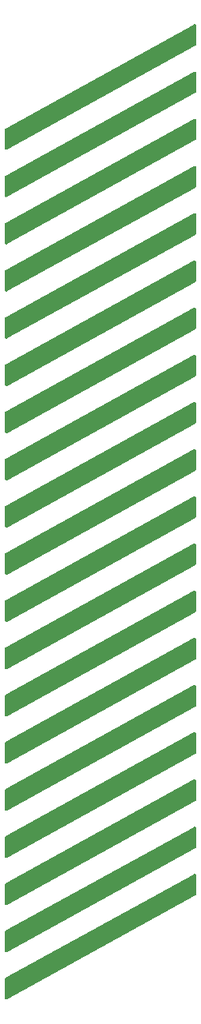
<source format=gbr>
G04 EAGLE Gerber RS-274X export*
G75*
%MOMM*%
%FSLAX34Y34*%
%LPD*%
%INSilkscreen Bottom*%
%IPPOS*%
%AMOC8*
5,1,8,0,0,1.08239X$1,22.5*%
G01*

G36*
X-9889Y488487D02*
X-9889Y488487D01*
X-9829Y488486D01*
X-9717Y488512D01*
X-9603Y488529D01*
X-9547Y488552D01*
X-9489Y488565D01*
X-9303Y488649D01*
X-9279Y488658D01*
X-9274Y488662D01*
X-9266Y488665D01*
X190734Y598665D01*
X190871Y598762D01*
X191007Y598857D01*
X191012Y598863D01*
X191018Y598867D01*
X191129Y598993D01*
X191240Y599116D01*
X191244Y599122D01*
X191249Y599128D01*
X191328Y599275D01*
X191409Y599421D01*
X191411Y599428D01*
X191415Y599435D01*
X191458Y599596D01*
X191504Y599756D01*
X191504Y599765D01*
X191506Y599771D01*
X191507Y599797D01*
X191523Y600000D01*
X191523Y620000D01*
X191516Y620060D01*
X191519Y620120D01*
X191497Y620232D01*
X191483Y620346D01*
X191463Y620403D01*
X191452Y620462D01*
X191405Y620566D01*
X191366Y620674D01*
X191333Y620725D01*
X191309Y620779D01*
X191239Y620871D01*
X191177Y620967D01*
X191134Y621009D01*
X191097Y621056D01*
X191009Y621129D01*
X190926Y621209D01*
X190875Y621240D01*
X190829Y621278D01*
X190726Y621329D01*
X190627Y621388D01*
X190570Y621406D01*
X190516Y621433D01*
X190404Y621459D01*
X190295Y621494D01*
X190235Y621499D01*
X190177Y621513D01*
X190062Y621513D01*
X189948Y621522D01*
X189889Y621513D01*
X189829Y621514D01*
X189717Y621488D01*
X189603Y621471D01*
X189547Y621448D01*
X189489Y621435D01*
X189303Y621352D01*
X189279Y621342D01*
X189274Y621338D01*
X189266Y621335D01*
X-10734Y511335D01*
X-10871Y511238D01*
X-11007Y511143D01*
X-11012Y511137D01*
X-11018Y511133D01*
X-11129Y511007D01*
X-11240Y510884D01*
X-11244Y510878D01*
X-11249Y510872D01*
X-11328Y510725D01*
X-11409Y510579D01*
X-11411Y510572D01*
X-11415Y510565D01*
X-11458Y510404D01*
X-11504Y510244D01*
X-11504Y510235D01*
X-11506Y510229D01*
X-11507Y510203D01*
X-11523Y510000D01*
X-11523Y490000D01*
X-11516Y489940D01*
X-11519Y489881D01*
X-11497Y489768D01*
X-11483Y489654D01*
X-11463Y489597D01*
X-11452Y489538D01*
X-11405Y489434D01*
X-11366Y489326D01*
X-11333Y489275D01*
X-11309Y489221D01*
X-11239Y489129D01*
X-11177Y489033D01*
X-11134Y488991D01*
X-11097Y488944D01*
X-11009Y488871D01*
X-10926Y488791D01*
X-10875Y488760D01*
X-10829Y488722D01*
X-10726Y488671D01*
X-10627Y488612D01*
X-10570Y488594D01*
X-10516Y488567D01*
X-10404Y488541D01*
X-10295Y488506D01*
X-10235Y488501D01*
X-10177Y488487D01*
X-10062Y488487D01*
X-9948Y488478D01*
X-9889Y488487D01*
G37*
G36*
X-9889Y788487D02*
X-9889Y788487D01*
X-9829Y788486D01*
X-9717Y788512D01*
X-9603Y788529D01*
X-9547Y788552D01*
X-9489Y788565D01*
X-9303Y788649D01*
X-9279Y788658D01*
X-9274Y788662D01*
X-9266Y788665D01*
X190734Y898665D01*
X190871Y898762D01*
X191007Y898857D01*
X191012Y898863D01*
X191018Y898867D01*
X191129Y898993D01*
X191240Y899116D01*
X191244Y899122D01*
X191249Y899128D01*
X191328Y899275D01*
X191409Y899421D01*
X191411Y899428D01*
X191415Y899435D01*
X191458Y899596D01*
X191504Y899756D01*
X191504Y899765D01*
X191506Y899771D01*
X191507Y899797D01*
X191523Y900000D01*
X191523Y920000D01*
X191516Y920060D01*
X191519Y920120D01*
X191497Y920232D01*
X191483Y920346D01*
X191463Y920402D01*
X191452Y920462D01*
X191405Y920566D01*
X191366Y920674D01*
X191333Y920725D01*
X191309Y920779D01*
X191239Y920871D01*
X191177Y920967D01*
X191134Y921009D01*
X191097Y921056D01*
X191009Y921129D01*
X190926Y921209D01*
X190875Y921240D01*
X190829Y921278D01*
X190726Y921329D01*
X190627Y921388D01*
X190570Y921406D01*
X190516Y921433D01*
X190404Y921459D01*
X190295Y921494D01*
X190235Y921499D01*
X190177Y921513D01*
X190062Y921513D01*
X189948Y921522D01*
X189889Y921513D01*
X189829Y921514D01*
X189717Y921488D01*
X189603Y921471D01*
X189547Y921448D01*
X189489Y921435D01*
X189303Y921352D01*
X189279Y921342D01*
X189274Y921338D01*
X189266Y921335D01*
X-10734Y811335D01*
X-10871Y811238D01*
X-11007Y811143D01*
X-11012Y811137D01*
X-11018Y811133D01*
X-11129Y811007D01*
X-11240Y810884D01*
X-11244Y810878D01*
X-11249Y810872D01*
X-11328Y810725D01*
X-11409Y810579D01*
X-11411Y810572D01*
X-11415Y810565D01*
X-11458Y810404D01*
X-11504Y810244D01*
X-11504Y810235D01*
X-11506Y810229D01*
X-11507Y810203D01*
X-11523Y810000D01*
X-11523Y790000D01*
X-11516Y789940D01*
X-11519Y789881D01*
X-11497Y789768D01*
X-11483Y789654D01*
X-11463Y789597D01*
X-11452Y789538D01*
X-11405Y789434D01*
X-11366Y789326D01*
X-11333Y789275D01*
X-11309Y789221D01*
X-11239Y789129D01*
X-11177Y789033D01*
X-11134Y788991D01*
X-11097Y788944D01*
X-11009Y788871D01*
X-10926Y788791D01*
X-10875Y788760D01*
X-10829Y788722D01*
X-10726Y788671D01*
X-10627Y788612D01*
X-10570Y788594D01*
X-10516Y788567D01*
X-10404Y788541D01*
X-10295Y788506D01*
X-10235Y788501D01*
X-10177Y788487D01*
X-10062Y788487D01*
X-9948Y788478D01*
X-9889Y788487D01*
G37*
G36*
X-9889Y738487D02*
X-9889Y738487D01*
X-9829Y738486D01*
X-9717Y738512D01*
X-9603Y738529D01*
X-9547Y738552D01*
X-9489Y738565D01*
X-9303Y738649D01*
X-9279Y738658D01*
X-9274Y738662D01*
X-9266Y738665D01*
X190734Y848665D01*
X190871Y848762D01*
X191007Y848857D01*
X191012Y848863D01*
X191018Y848867D01*
X191129Y848993D01*
X191240Y849116D01*
X191244Y849122D01*
X191249Y849128D01*
X191328Y849275D01*
X191409Y849421D01*
X191411Y849428D01*
X191415Y849435D01*
X191458Y849596D01*
X191504Y849756D01*
X191504Y849765D01*
X191506Y849771D01*
X191507Y849797D01*
X191523Y850000D01*
X191523Y870000D01*
X191516Y870060D01*
X191519Y870120D01*
X191497Y870232D01*
X191483Y870346D01*
X191463Y870402D01*
X191452Y870462D01*
X191405Y870566D01*
X191366Y870674D01*
X191333Y870725D01*
X191309Y870779D01*
X191239Y870871D01*
X191177Y870967D01*
X191134Y871009D01*
X191097Y871056D01*
X191009Y871129D01*
X190926Y871209D01*
X190875Y871240D01*
X190829Y871278D01*
X190726Y871329D01*
X190627Y871388D01*
X190570Y871406D01*
X190516Y871433D01*
X190404Y871459D01*
X190295Y871494D01*
X190235Y871499D01*
X190177Y871513D01*
X190062Y871513D01*
X189948Y871522D01*
X189889Y871513D01*
X189829Y871514D01*
X189717Y871488D01*
X189603Y871471D01*
X189547Y871448D01*
X189489Y871435D01*
X189303Y871352D01*
X189279Y871342D01*
X189274Y871338D01*
X189266Y871335D01*
X-10734Y761335D01*
X-10871Y761238D01*
X-11007Y761143D01*
X-11012Y761137D01*
X-11018Y761133D01*
X-11129Y761007D01*
X-11240Y760884D01*
X-11244Y760878D01*
X-11249Y760872D01*
X-11328Y760725D01*
X-11409Y760579D01*
X-11411Y760572D01*
X-11415Y760565D01*
X-11458Y760404D01*
X-11504Y760244D01*
X-11504Y760235D01*
X-11506Y760229D01*
X-11507Y760203D01*
X-11523Y760000D01*
X-11523Y740000D01*
X-11516Y739940D01*
X-11519Y739881D01*
X-11497Y739768D01*
X-11483Y739654D01*
X-11463Y739597D01*
X-11452Y739538D01*
X-11405Y739434D01*
X-11366Y739326D01*
X-11333Y739275D01*
X-11309Y739221D01*
X-11239Y739129D01*
X-11177Y739033D01*
X-11134Y738991D01*
X-11097Y738944D01*
X-11009Y738871D01*
X-10926Y738791D01*
X-10875Y738760D01*
X-10829Y738722D01*
X-10726Y738671D01*
X-10627Y738612D01*
X-10570Y738594D01*
X-10516Y738567D01*
X-10404Y738541D01*
X-10295Y738506D01*
X-10235Y738501D01*
X-10177Y738487D01*
X-10062Y738487D01*
X-9948Y738478D01*
X-9889Y738487D01*
G37*
G36*
X-9889Y688487D02*
X-9889Y688487D01*
X-9829Y688486D01*
X-9717Y688512D01*
X-9603Y688529D01*
X-9547Y688552D01*
X-9489Y688565D01*
X-9303Y688649D01*
X-9279Y688658D01*
X-9274Y688662D01*
X-9266Y688665D01*
X190734Y798665D01*
X190871Y798762D01*
X191007Y798857D01*
X191012Y798863D01*
X191018Y798867D01*
X191129Y798993D01*
X191240Y799116D01*
X191244Y799122D01*
X191249Y799128D01*
X191328Y799275D01*
X191409Y799421D01*
X191411Y799428D01*
X191415Y799435D01*
X191458Y799596D01*
X191504Y799756D01*
X191504Y799765D01*
X191506Y799771D01*
X191507Y799797D01*
X191523Y800000D01*
X191523Y820000D01*
X191516Y820060D01*
X191519Y820120D01*
X191497Y820232D01*
X191483Y820346D01*
X191463Y820402D01*
X191452Y820462D01*
X191405Y820566D01*
X191366Y820674D01*
X191333Y820725D01*
X191309Y820779D01*
X191239Y820871D01*
X191177Y820967D01*
X191134Y821009D01*
X191097Y821056D01*
X191009Y821129D01*
X190926Y821209D01*
X190875Y821240D01*
X190829Y821278D01*
X190726Y821329D01*
X190627Y821388D01*
X190570Y821406D01*
X190516Y821433D01*
X190404Y821459D01*
X190295Y821494D01*
X190235Y821499D01*
X190177Y821513D01*
X190062Y821513D01*
X189948Y821522D01*
X189889Y821513D01*
X189829Y821514D01*
X189717Y821488D01*
X189603Y821471D01*
X189547Y821448D01*
X189489Y821435D01*
X189303Y821352D01*
X189279Y821342D01*
X189274Y821338D01*
X189266Y821335D01*
X-10734Y711335D01*
X-10871Y711238D01*
X-11007Y711143D01*
X-11012Y711137D01*
X-11018Y711133D01*
X-11129Y711007D01*
X-11240Y710884D01*
X-11244Y710878D01*
X-11249Y710872D01*
X-11328Y710725D01*
X-11409Y710579D01*
X-11411Y710572D01*
X-11415Y710565D01*
X-11458Y710404D01*
X-11504Y710244D01*
X-11504Y710235D01*
X-11506Y710229D01*
X-11507Y710203D01*
X-11523Y710000D01*
X-11523Y690000D01*
X-11516Y689940D01*
X-11519Y689881D01*
X-11497Y689768D01*
X-11483Y689654D01*
X-11463Y689597D01*
X-11452Y689538D01*
X-11405Y689434D01*
X-11366Y689326D01*
X-11333Y689275D01*
X-11309Y689221D01*
X-11239Y689129D01*
X-11177Y689033D01*
X-11134Y688991D01*
X-11097Y688944D01*
X-11009Y688871D01*
X-10926Y688791D01*
X-10875Y688760D01*
X-10829Y688722D01*
X-10726Y688671D01*
X-10627Y688612D01*
X-10570Y688594D01*
X-10516Y688567D01*
X-10404Y688541D01*
X-10295Y688506D01*
X-10235Y688501D01*
X-10177Y688487D01*
X-10062Y688487D01*
X-9948Y688478D01*
X-9889Y688487D01*
G37*
G36*
X-9889Y638487D02*
X-9889Y638487D01*
X-9829Y638486D01*
X-9717Y638512D01*
X-9603Y638529D01*
X-9547Y638552D01*
X-9489Y638565D01*
X-9303Y638649D01*
X-9279Y638658D01*
X-9274Y638662D01*
X-9266Y638665D01*
X190734Y748665D01*
X190871Y748762D01*
X191007Y748857D01*
X191012Y748863D01*
X191018Y748867D01*
X191129Y748993D01*
X191240Y749116D01*
X191244Y749122D01*
X191249Y749128D01*
X191328Y749275D01*
X191409Y749421D01*
X191411Y749428D01*
X191415Y749435D01*
X191458Y749596D01*
X191504Y749756D01*
X191504Y749765D01*
X191506Y749771D01*
X191507Y749797D01*
X191523Y750000D01*
X191523Y770000D01*
X191516Y770060D01*
X191519Y770120D01*
X191497Y770232D01*
X191483Y770346D01*
X191463Y770402D01*
X191452Y770462D01*
X191405Y770566D01*
X191366Y770674D01*
X191333Y770725D01*
X191309Y770779D01*
X191239Y770871D01*
X191177Y770967D01*
X191134Y771009D01*
X191097Y771056D01*
X191009Y771129D01*
X190926Y771209D01*
X190875Y771240D01*
X190829Y771278D01*
X190726Y771329D01*
X190627Y771388D01*
X190570Y771406D01*
X190516Y771433D01*
X190404Y771459D01*
X190295Y771494D01*
X190235Y771499D01*
X190177Y771513D01*
X190062Y771513D01*
X189948Y771522D01*
X189889Y771513D01*
X189829Y771514D01*
X189717Y771488D01*
X189603Y771471D01*
X189547Y771448D01*
X189489Y771435D01*
X189303Y771352D01*
X189279Y771342D01*
X189274Y771338D01*
X189266Y771335D01*
X-10734Y661335D01*
X-10871Y661238D01*
X-11007Y661143D01*
X-11012Y661137D01*
X-11018Y661133D01*
X-11129Y661007D01*
X-11240Y660884D01*
X-11244Y660878D01*
X-11249Y660872D01*
X-11328Y660725D01*
X-11409Y660579D01*
X-11411Y660572D01*
X-11415Y660565D01*
X-11458Y660404D01*
X-11504Y660244D01*
X-11504Y660235D01*
X-11506Y660229D01*
X-11507Y660203D01*
X-11523Y660000D01*
X-11523Y640000D01*
X-11516Y639940D01*
X-11519Y639881D01*
X-11497Y639768D01*
X-11483Y639654D01*
X-11463Y639597D01*
X-11452Y639538D01*
X-11405Y639434D01*
X-11366Y639326D01*
X-11333Y639275D01*
X-11309Y639221D01*
X-11239Y639129D01*
X-11177Y639033D01*
X-11134Y638991D01*
X-11097Y638944D01*
X-11009Y638871D01*
X-10926Y638791D01*
X-10875Y638760D01*
X-10829Y638722D01*
X-10726Y638671D01*
X-10627Y638612D01*
X-10570Y638594D01*
X-10516Y638567D01*
X-10404Y638541D01*
X-10295Y638506D01*
X-10235Y638501D01*
X-10177Y638487D01*
X-10062Y638487D01*
X-9948Y638478D01*
X-9889Y638487D01*
G37*
G36*
X-9889Y588487D02*
X-9889Y588487D01*
X-9829Y588486D01*
X-9717Y588512D01*
X-9603Y588529D01*
X-9547Y588552D01*
X-9489Y588565D01*
X-9303Y588649D01*
X-9279Y588658D01*
X-9274Y588662D01*
X-9266Y588665D01*
X190734Y698665D01*
X190871Y698762D01*
X191007Y698857D01*
X191012Y698863D01*
X191018Y698867D01*
X191129Y698993D01*
X191240Y699116D01*
X191244Y699122D01*
X191249Y699128D01*
X191328Y699275D01*
X191409Y699421D01*
X191411Y699428D01*
X191415Y699435D01*
X191458Y699596D01*
X191504Y699756D01*
X191504Y699765D01*
X191506Y699771D01*
X191507Y699797D01*
X191523Y700000D01*
X191523Y720000D01*
X191516Y720060D01*
X191519Y720120D01*
X191497Y720232D01*
X191483Y720346D01*
X191463Y720402D01*
X191452Y720462D01*
X191405Y720566D01*
X191366Y720674D01*
X191333Y720725D01*
X191309Y720779D01*
X191239Y720871D01*
X191177Y720967D01*
X191134Y721009D01*
X191097Y721056D01*
X191009Y721129D01*
X190926Y721209D01*
X190875Y721240D01*
X190829Y721278D01*
X190726Y721329D01*
X190627Y721388D01*
X190570Y721406D01*
X190516Y721433D01*
X190404Y721459D01*
X190295Y721494D01*
X190235Y721499D01*
X190177Y721513D01*
X190062Y721513D01*
X189948Y721522D01*
X189889Y721513D01*
X189829Y721514D01*
X189717Y721488D01*
X189603Y721471D01*
X189547Y721448D01*
X189489Y721435D01*
X189303Y721352D01*
X189279Y721342D01*
X189274Y721338D01*
X189266Y721335D01*
X-10734Y611335D01*
X-10871Y611238D01*
X-11007Y611143D01*
X-11012Y611137D01*
X-11018Y611133D01*
X-11129Y611007D01*
X-11240Y610884D01*
X-11244Y610878D01*
X-11249Y610872D01*
X-11328Y610725D01*
X-11409Y610579D01*
X-11411Y610572D01*
X-11415Y610565D01*
X-11458Y610404D01*
X-11504Y610244D01*
X-11504Y610235D01*
X-11506Y610229D01*
X-11507Y610203D01*
X-11523Y610000D01*
X-11523Y590000D01*
X-11516Y589940D01*
X-11519Y589881D01*
X-11497Y589768D01*
X-11483Y589654D01*
X-11463Y589597D01*
X-11452Y589538D01*
X-11405Y589434D01*
X-11366Y589326D01*
X-11333Y589275D01*
X-11309Y589221D01*
X-11239Y589129D01*
X-11177Y589033D01*
X-11134Y588991D01*
X-11097Y588944D01*
X-11009Y588871D01*
X-10926Y588791D01*
X-10875Y588760D01*
X-10829Y588722D01*
X-10726Y588671D01*
X-10627Y588612D01*
X-10570Y588594D01*
X-10516Y588567D01*
X-10404Y588541D01*
X-10295Y588506D01*
X-10235Y588501D01*
X-10177Y588487D01*
X-10062Y588487D01*
X-9948Y588478D01*
X-9889Y588487D01*
G37*
G36*
X-9889Y538487D02*
X-9889Y538487D01*
X-9829Y538486D01*
X-9717Y538512D01*
X-9603Y538529D01*
X-9547Y538552D01*
X-9489Y538565D01*
X-9303Y538649D01*
X-9279Y538658D01*
X-9274Y538662D01*
X-9266Y538665D01*
X190734Y648665D01*
X190871Y648762D01*
X191007Y648857D01*
X191012Y648863D01*
X191018Y648867D01*
X191129Y648993D01*
X191240Y649116D01*
X191244Y649122D01*
X191249Y649128D01*
X191328Y649275D01*
X191409Y649421D01*
X191411Y649428D01*
X191415Y649435D01*
X191458Y649596D01*
X191504Y649756D01*
X191504Y649765D01*
X191506Y649771D01*
X191507Y649797D01*
X191523Y650000D01*
X191523Y670000D01*
X191516Y670060D01*
X191519Y670120D01*
X191497Y670232D01*
X191483Y670346D01*
X191463Y670402D01*
X191452Y670462D01*
X191405Y670566D01*
X191366Y670674D01*
X191333Y670725D01*
X191309Y670779D01*
X191239Y670871D01*
X191177Y670967D01*
X191134Y671009D01*
X191097Y671056D01*
X191009Y671129D01*
X190926Y671209D01*
X190875Y671240D01*
X190829Y671278D01*
X190726Y671329D01*
X190627Y671388D01*
X190570Y671406D01*
X190516Y671433D01*
X190404Y671459D01*
X190295Y671494D01*
X190235Y671499D01*
X190177Y671513D01*
X190062Y671513D01*
X189948Y671522D01*
X189889Y671513D01*
X189829Y671514D01*
X189717Y671488D01*
X189603Y671471D01*
X189547Y671448D01*
X189489Y671435D01*
X189303Y671352D01*
X189279Y671342D01*
X189274Y671338D01*
X189266Y671335D01*
X-10734Y561335D01*
X-10871Y561238D01*
X-11007Y561143D01*
X-11012Y561137D01*
X-11018Y561133D01*
X-11129Y561007D01*
X-11240Y560884D01*
X-11244Y560878D01*
X-11249Y560872D01*
X-11328Y560725D01*
X-11409Y560579D01*
X-11411Y560572D01*
X-11415Y560565D01*
X-11458Y560404D01*
X-11504Y560244D01*
X-11504Y560235D01*
X-11506Y560229D01*
X-11507Y560203D01*
X-11523Y560000D01*
X-11523Y540000D01*
X-11516Y539940D01*
X-11519Y539881D01*
X-11497Y539768D01*
X-11483Y539654D01*
X-11463Y539597D01*
X-11452Y539538D01*
X-11405Y539434D01*
X-11366Y539326D01*
X-11333Y539275D01*
X-11309Y539221D01*
X-11239Y539129D01*
X-11177Y539033D01*
X-11134Y538991D01*
X-11097Y538944D01*
X-11009Y538871D01*
X-10926Y538791D01*
X-10875Y538760D01*
X-10829Y538722D01*
X-10726Y538671D01*
X-10627Y538612D01*
X-10570Y538594D01*
X-10516Y538567D01*
X-10404Y538541D01*
X-10295Y538506D01*
X-10235Y538501D01*
X-10177Y538487D01*
X-10062Y538487D01*
X-9948Y538478D01*
X-9889Y538487D01*
G37*
G36*
X-9889Y438487D02*
X-9889Y438487D01*
X-9829Y438486D01*
X-9717Y438512D01*
X-9603Y438529D01*
X-9547Y438552D01*
X-9489Y438565D01*
X-9303Y438649D01*
X-9279Y438658D01*
X-9274Y438662D01*
X-9266Y438665D01*
X190734Y548665D01*
X190871Y548762D01*
X191007Y548857D01*
X191012Y548863D01*
X191018Y548867D01*
X191129Y548993D01*
X191240Y549116D01*
X191244Y549122D01*
X191249Y549128D01*
X191328Y549275D01*
X191409Y549421D01*
X191411Y549428D01*
X191415Y549435D01*
X191458Y549596D01*
X191504Y549756D01*
X191504Y549765D01*
X191506Y549771D01*
X191507Y549797D01*
X191523Y550000D01*
X191523Y570000D01*
X191516Y570060D01*
X191519Y570120D01*
X191497Y570232D01*
X191483Y570346D01*
X191463Y570402D01*
X191452Y570462D01*
X191405Y570566D01*
X191366Y570674D01*
X191333Y570725D01*
X191309Y570779D01*
X191239Y570871D01*
X191177Y570967D01*
X191134Y571009D01*
X191097Y571056D01*
X191009Y571129D01*
X190926Y571209D01*
X190875Y571240D01*
X190829Y571278D01*
X190726Y571329D01*
X190627Y571388D01*
X190570Y571406D01*
X190516Y571433D01*
X190404Y571459D01*
X190295Y571494D01*
X190235Y571499D01*
X190177Y571513D01*
X190062Y571513D01*
X189948Y571522D01*
X189889Y571513D01*
X189829Y571514D01*
X189717Y571488D01*
X189603Y571471D01*
X189547Y571448D01*
X189489Y571435D01*
X189303Y571352D01*
X189279Y571342D01*
X189274Y571338D01*
X189266Y571335D01*
X-10734Y461335D01*
X-10871Y461238D01*
X-11007Y461143D01*
X-11012Y461137D01*
X-11018Y461133D01*
X-11129Y461007D01*
X-11240Y460884D01*
X-11244Y460878D01*
X-11249Y460872D01*
X-11328Y460725D01*
X-11409Y460579D01*
X-11411Y460572D01*
X-11415Y460565D01*
X-11458Y460404D01*
X-11504Y460244D01*
X-11504Y460235D01*
X-11506Y460229D01*
X-11507Y460203D01*
X-11523Y460000D01*
X-11523Y440000D01*
X-11516Y439940D01*
X-11519Y439881D01*
X-11497Y439768D01*
X-11483Y439654D01*
X-11463Y439597D01*
X-11452Y439538D01*
X-11405Y439434D01*
X-11366Y439326D01*
X-11333Y439275D01*
X-11309Y439221D01*
X-11239Y439129D01*
X-11177Y439033D01*
X-11134Y438991D01*
X-11097Y438944D01*
X-11009Y438871D01*
X-10926Y438791D01*
X-10875Y438760D01*
X-10829Y438722D01*
X-10726Y438671D01*
X-10627Y438612D01*
X-10570Y438594D01*
X-10516Y438567D01*
X-10404Y438541D01*
X-10295Y438506D01*
X-10235Y438501D01*
X-10177Y438487D01*
X-10062Y438487D01*
X-9948Y438478D01*
X-9889Y438487D01*
G37*
G36*
X-9889Y388487D02*
X-9889Y388487D01*
X-9829Y388486D01*
X-9717Y388512D01*
X-9603Y388529D01*
X-9547Y388552D01*
X-9489Y388565D01*
X-9303Y388649D01*
X-9279Y388658D01*
X-9274Y388662D01*
X-9266Y388665D01*
X190734Y498665D01*
X190871Y498762D01*
X191007Y498857D01*
X191012Y498863D01*
X191018Y498867D01*
X191129Y498993D01*
X191240Y499116D01*
X191244Y499122D01*
X191249Y499128D01*
X191328Y499275D01*
X191409Y499421D01*
X191411Y499428D01*
X191415Y499435D01*
X191458Y499596D01*
X191504Y499756D01*
X191504Y499765D01*
X191506Y499771D01*
X191507Y499797D01*
X191523Y500000D01*
X191523Y520000D01*
X191516Y520060D01*
X191519Y520120D01*
X191497Y520232D01*
X191483Y520346D01*
X191463Y520402D01*
X191452Y520462D01*
X191405Y520566D01*
X191366Y520674D01*
X191333Y520725D01*
X191309Y520779D01*
X191239Y520871D01*
X191177Y520967D01*
X191134Y521009D01*
X191097Y521056D01*
X191009Y521129D01*
X190926Y521209D01*
X190875Y521240D01*
X190829Y521278D01*
X190726Y521329D01*
X190627Y521388D01*
X190570Y521406D01*
X190516Y521433D01*
X190404Y521459D01*
X190295Y521494D01*
X190235Y521499D01*
X190177Y521513D01*
X190062Y521513D01*
X189948Y521522D01*
X189889Y521513D01*
X189829Y521514D01*
X189717Y521488D01*
X189603Y521471D01*
X189547Y521448D01*
X189489Y521435D01*
X189303Y521352D01*
X189279Y521342D01*
X189274Y521338D01*
X189266Y521335D01*
X-10734Y411335D01*
X-10871Y411238D01*
X-11007Y411143D01*
X-11012Y411137D01*
X-11018Y411133D01*
X-11129Y411007D01*
X-11240Y410884D01*
X-11244Y410878D01*
X-11249Y410872D01*
X-11328Y410725D01*
X-11409Y410579D01*
X-11411Y410572D01*
X-11415Y410565D01*
X-11458Y410404D01*
X-11504Y410244D01*
X-11504Y410235D01*
X-11506Y410229D01*
X-11507Y410203D01*
X-11523Y410000D01*
X-11523Y390000D01*
X-11516Y389940D01*
X-11519Y389881D01*
X-11497Y389768D01*
X-11483Y389654D01*
X-11463Y389597D01*
X-11452Y389538D01*
X-11405Y389434D01*
X-11366Y389326D01*
X-11333Y389275D01*
X-11309Y389221D01*
X-11239Y389129D01*
X-11177Y389033D01*
X-11134Y388991D01*
X-11097Y388944D01*
X-11009Y388871D01*
X-10926Y388791D01*
X-10875Y388760D01*
X-10829Y388722D01*
X-10726Y388671D01*
X-10627Y388612D01*
X-10570Y388594D01*
X-10516Y388567D01*
X-10404Y388541D01*
X-10295Y388506D01*
X-10235Y388501D01*
X-10177Y388487D01*
X-10062Y388487D01*
X-9948Y388478D01*
X-9889Y388487D01*
G37*
G36*
X-9889Y338487D02*
X-9889Y338487D01*
X-9829Y338486D01*
X-9717Y338512D01*
X-9603Y338529D01*
X-9547Y338552D01*
X-9489Y338565D01*
X-9303Y338649D01*
X-9279Y338658D01*
X-9274Y338662D01*
X-9266Y338665D01*
X190734Y448665D01*
X190871Y448762D01*
X191007Y448857D01*
X191012Y448863D01*
X191018Y448867D01*
X191129Y448993D01*
X191240Y449116D01*
X191244Y449122D01*
X191249Y449128D01*
X191328Y449275D01*
X191409Y449421D01*
X191411Y449428D01*
X191415Y449435D01*
X191458Y449596D01*
X191504Y449756D01*
X191504Y449765D01*
X191506Y449771D01*
X191507Y449797D01*
X191523Y450000D01*
X191523Y470000D01*
X191516Y470060D01*
X191519Y470120D01*
X191497Y470232D01*
X191483Y470346D01*
X191463Y470402D01*
X191452Y470462D01*
X191405Y470566D01*
X191366Y470674D01*
X191333Y470725D01*
X191309Y470779D01*
X191239Y470871D01*
X191177Y470967D01*
X191134Y471009D01*
X191097Y471056D01*
X191009Y471129D01*
X190926Y471209D01*
X190875Y471240D01*
X190829Y471278D01*
X190726Y471329D01*
X190627Y471388D01*
X190570Y471406D01*
X190516Y471433D01*
X190404Y471459D01*
X190295Y471494D01*
X190235Y471499D01*
X190177Y471513D01*
X190062Y471513D01*
X189948Y471522D01*
X189889Y471513D01*
X189829Y471514D01*
X189717Y471488D01*
X189603Y471471D01*
X189547Y471448D01*
X189489Y471435D01*
X189303Y471352D01*
X189279Y471342D01*
X189274Y471338D01*
X189266Y471335D01*
X-10734Y361335D01*
X-10871Y361238D01*
X-11007Y361143D01*
X-11012Y361137D01*
X-11018Y361133D01*
X-11129Y361007D01*
X-11240Y360884D01*
X-11244Y360878D01*
X-11249Y360872D01*
X-11328Y360725D01*
X-11409Y360579D01*
X-11411Y360572D01*
X-11415Y360565D01*
X-11458Y360404D01*
X-11504Y360244D01*
X-11504Y360235D01*
X-11506Y360229D01*
X-11507Y360203D01*
X-11523Y360000D01*
X-11523Y340000D01*
X-11516Y339940D01*
X-11519Y339881D01*
X-11497Y339768D01*
X-11483Y339654D01*
X-11463Y339597D01*
X-11452Y339538D01*
X-11405Y339434D01*
X-11366Y339326D01*
X-11333Y339275D01*
X-11309Y339221D01*
X-11239Y339129D01*
X-11177Y339033D01*
X-11134Y338991D01*
X-11097Y338944D01*
X-11009Y338871D01*
X-10926Y338791D01*
X-10875Y338760D01*
X-10829Y338722D01*
X-10726Y338671D01*
X-10627Y338612D01*
X-10570Y338594D01*
X-10516Y338567D01*
X-10404Y338541D01*
X-10295Y338506D01*
X-10235Y338501D01*
X-10177Y338487D01*
X-10062Y338487D01*
X-9948Y338478D01*
X-9889Y338487D01*
G37*
G36*
X-9889Y288487D02*
X-9889Y288487D01*
X-9829Y288486D01*
X-9717Y288512D01*
X-9603Y288529D01*
X-9547Y288552D01*
X-9489Y288565D01*
X-9303Y288649D01*
X-9279Y288658D01*
X-9274Y288662D01*
X-9266Y288665D01*
X190734Y398665D01*
X190871Y398762D01*
X191007Y398857D01*
X191012Y398863D01*
X191018Y398867D01*
X191129Y398993D01*
X191240Y399116D01*
X191244Y399122D01*
X191249Y399128D01*
X191328Y399275D01*
X191409Y399421D01*
X191411Y399428D01*
X191415Y399435D01*
X191458Y399596D01*
X191504Y399756D01*
X191504Y399765D01*
X191506Y399771D01*
X191507Y399797D01*
X191523Y400000D01*
X191523Y420000D01*
X191516Y420060D01*
X191519Y420120D01*
X191497Y420232D01*
X191483Y420346D01*
X191463Y420402D01*
X191452Y420462D01*
X191405Y420566D01*
X191366Y420674D01*
X191333Y420725D01*
X191309Y420779D01*
X191239Y420871D01*
X191177Y420967D01*
X191134Y421009D01*
X191097Y421056D01*
X191009Y421129D01*
X190926Y421209D01*
X190875Y421240D01*
X190829Y421278D01*
X190726Y421329D01*
X190627Y421388D01*
X190570Y421406D01*
X190516Y421433D01*
X190404Y421459D01*
X190295Y421494D01*
X190235Y421499D01*
X190177Y421513D01*
X190062Y421513D01*
X189948Y421522D01*
X189889Y421513D01*
X189829Y421514D01*
X189717Y421488D01*
X189603Y421471D01*
X189547Y421448D01*
X189489Y421435D01*
X189303Y421352D01*
X189279Y421342D01*
X189274Y421338D01*
X189266Y421335D01*
X-10734Y311335D01*
X-10871Y311238D01*
X-11007Y311143D01*
X-11012Y311137D01*
X-11018Y311133D01*
X-11129Y311007D01*
X-11240Y310884D01*
X-11244Y310878D01*
X-11249Y310872D01*
X-11328Y310725D01*
X-11409Y310579D01*
X-11411Y310572D01*
X-11415Y310565D01*
X-11458Y310404D01*
X-11504Y310244D01*
X-11504Y310235D01*
X-11506Y310229D01*
X-11507Y310203D01*
X-11523Y310000D01*
X-11523Y290000D01*
X-11516Y289940D01*
X-11519Y289881D01*
X-11497Y289768D01*
X-11483Y289654D01*
X-11463Y289597D01*
X-11452Y289538D01*
X-11405Y289434D01*
X-11366Y289326D01*
X-11333Y289275D01*
X-11309Y289221D01*
X-11239Y289129D01*
X-11177Y289033D01*
X-11134Y288991D01*
X-11097Y288944D01*
X-11009Y288871D01*
X-10926Y288791D01*
X-10875Y288760D01*
X-10829Y288722D01*
X-10726Y288671D01*
X-10627Y288612D01*
X-10570Y288594D01*
X-10516Y288567D01*
X-10404Y288541D01*
X-10295Y288506D01*
X-10235Y288501D01*
X-10177Y288487D01*
X-10062Y288487D01*
X-9948Y288478D01*
X-9889Y288487D01*
G37*
G36*
X-9889Y238487D02*
X-9889Y238487D01*
X-9829Y238486D01*
X-9717Y238512D01*
X-9603Y238529D01*
X-9547Y238552D01*
X-9489Y238565D01*
X-9303Y238649D01*
X-9279Y238658D01*
X-9274Y238662D01*
X-9266Y238665D01*
X190734Y348665D01*
X190871Y348762D01*
X191007Y348857D01*
X191012Y348863D01*
X191018Y348867D01*
X191129Y348993D01*
X191240Y349116D01*
X191244Y349122D01*
X191249Y349128D01*
X191328Y349275D01*
X191409Y349421D01*
X191411Y349428D01*
X191415Y349435D01*
X191458Y349596D01*
X191504Y349756D01*
X191504Y349765D01*
X191506Y349771D01*
X191507Y349797D01*
X191523Y350000D01*
X191523Y370000D01*
X191516Y370060D01*
X191519Y370120D01*
X191497Y370232D01*
X191483Y370346D01*
X191463Y370402D01*
X191452Y370462D01*
X191405Y370566D01*
X191366Y370674D01*
X191333Y370725D01*
X191309Y370779D01*
X191239Y370871D01*
X191177Y370967D01*
X191134Y371009D01*
X191097Y371056D01*
X191009Y371129D01*
X190926Y371209D01*
X190875Y371240D01*
X190829Y371278D01*
X190726Y371329D01*
X190627Y371388D01*
X190570Y371406D01*
X190516Y371433D01*
X190404Y371459D01*
X190295Y371494D01*
X190235Y371499D01*
X190177Y371513D01*
X190062Y371513D01*
X189948Y371522D01*
X189889Y371513D01*
X189829Y371514D01*
X189717Y371488D01*
X189603Y371471D01*
X189547Y371448D01*
X189489Y371435D01*
X189303Y371352D01*
X189279Y371342D01*
X189274Y371338D01*
X189266Y371335D01*
X-10734Y261335D01*
X-10871Y261238D01*
X-11007Y261143D01*
X-11012Y261137D01*
X-11018Y261133D01*
X-11129Y261007D01*
X-11240Y260884D01*
X-11244Y260878D01*
X-11249Y260872D01*
X-11328Y260725D01*
X-11409Y260579D01*
X-11411Y260572D01*
X-11415Y260565D01*
X-11458Y260404D01*
X-11504Y260244D01*
X-11504Y260235D01*
X-11506Y260229D01*
X-11507Y260203D01*
X-11523Y260000D01*
X-11523Y240000D01*
X-11516Y239940D01*
X-11519Y239881D01*
X-11497Y239768D01*
X-11483Y239654D01*
X-11463Y239597D01*
X-11452Y239538D01*
X-11405Y239434D01*
X-11366Y239326D01*
X-11333Y239275D01*
X-11309Y239221D01*
X-11239Y239129D01*
X-11177Y239033D01*
X-11134Y238991D01*
X-11097Y238944D01*
X-11009Y238871D01*
X-10926Y238791D01*
X-10875Y238760D01*
X-10829Y238722D01*
X-10726Y238671D01*
X-10627Y238612D01*
X-10570Y238594D01*
X-10516Y238567D01*
X-10404Y238541D01*
X-10295Y238506D01*
X-10235Y238501D01*
X-10177Y238487D01*
X-10062Y238487D01*
X-9948Y238478D01*
X-9889Y238487D01*
G37*
G36*
X-9889Y188487D02*
X-9889Y188487D01*
X-9829Y188486D01*
X-9717Y188512D01*
X-9603Y188529D01*
X-9547Y188552D01*
X-9489Y188565D01*
X-9303Y188649D01*
X-9279Y188658D01*
X-9274Y188662D01*
X-9266Y188665D01*
X190734Y298665D01*
X190871Y298762D01*
X191007Y298857D01*
X191012Y298863D01*
X191018Y298867D01*
X191129Y298993D01*
X191240Y299116D01*
X191244Y299122D01*
X191249Y299128D01*
X191328Y299275D01*
X191409Y299421D01*
X191411Y299428D01*
X191415Y299435D01*
X191458Y299596D01*
X191504Y299756D01*
X191504Y299765D01*
X191506Y299771D01*
X191507Y299797D01*
X191523Y300000D01*
X191523Y320000D01*
X191516Y320060D01*
X191519Y320120D01*
X191497Y320232D01*
X191483Y320346D01*
X191463Y320402D01*
X191452Y320462D01*
X191405Y320566D01*
X191366Y320674D01*
X191333Y320725D01*
X191309Y320779D01*
X191239Y320871D01*
X191177Y320967D01*
X191134Y321009D01*
X191097Y321056D01*
X191009Y321129D01*
X190926Y321209D01*
X190875Y321240D01*
X190829Y321278D01*
X190726Y321329D01*
X190627Y321388D01*
X190570Y321406D01*
X190516Y321433D01*
X190404Y321459D01*
X190295Y321494D01*
X190235Y321499D01*
X190177Y321513D01*
X190062Y321513D01*
X189948Y321522D01*
X189889Y321513D01*
X189829Y321514D01*
X189717Y321488D01*
X189603Y321471D01*
X189547Y321448D01*
X189489Y321435D01*
X189303Y321352D01*
X189279Y321342D01*
X189274Y321338D01*
X189266Y321335D01*
X-10734Y211335D01*
X-10871Y211238D01*
X-11007Y211143D01*
X-11012Y211137D01*
X-11018Y211133D01*
X-11129Y211007D01*
X-11240Y210884D01*
X-11244Y210878D01*
X-11249Y210872D01*
X-11328Y210725D01*
X-11409Y210579D01*
X-11411Y210572D01*
X-11415Y210565D01*
X-11458Y210404D01*
X-11504Y210244D01*
X-11504Y210235D01*
X-11506Y210229D01*
X-11507Y210203D01*
X-11523Y210000D01*
X-11523Y190000D01*
X-11516Y189940D01*
X-11519Y189881D01*
X-11497Y189768D01*
X-11483Y189654D01*
X-11463Y189597D01*
X-11452Y189538D01*
X-11405Y189434D01*
X-11366Y189326D01*
X-11333Y189275D01*
X-11309Y189221D01*
X-11239Y189129D01*
X-11177Y189033D01*
X-11134Y188991D01*
X-11097Y188944D01*
X-11009Y188871D01*
X-10926Y188791D01*
X-10875Y188760D01*
X-10829Y188722D01*
X-10726Y188671D01*
X-10627Y188612D01*
X-10570Y188594D01*
X-10516Y188567D01*
X-10404Y188541D01*
X-10295Y188506D01*
X-10235Y188501D01*
X-10177Y188487D01*
X-10062Y188487D01*
X-9948Y188478D01*
X-9889Y188487D01*
G37*
G36*
X-9889Y138487D02*
X-9889Y138487D01*
X-9829Y138486D01*
X-9717Y138512D01*
X-9603Y138529D01*
X-9547Y138552D01*
X-9489Y138565D01*
X-9303Y138649D01*
X-9279Y138658D01*
X-9274Y138662D01*
X-9266Y138665D01*
X190734Y248665D01*
X190871Y248762D01*
X191007Y248857D01*
X191012Y248863D01*
X191018Y248867D01*
X191129Y248993D01*
X191240Y249116D01*
X191244Y249122D01*
X191249Y249128D01*
X191328Y249275D01*
X191409Y249421D01*
X191411Y249428D01*
X191415Y249435D01*
X191458Y249596D01*
X191504Y249756D01*
X191504Y249765D01*
X191506Y249771D01*
X191507Y249797D01*
X191523Y250000D01*
X191523Y270000D01*
X191516Y270060D01*
X191519Y270120D01*
X191497Y270232D01*
X191483Y270346D01*
X191463Y270402D01*
X191452Y270462D01*
X191405Y270566D01*
X191366Y270674D01*
X191333Y270725D01*
X191309Y270779D01*
X191239Y270871D01*
X191177Y270967D01*
X191134Y271009D01*
X191097Y271056D01*
X191009Y271129D01*
X190926Y271209D01*
X190875Y271240D01*
X190829Y271278D01*
X190726Y271329D01*
X190627Y271388D01*
X190570Y271406D01*
X190516Y271433D01*
X190404Y271459D01*
X190295Y271494D01*
X190235Y271499D01*
X190177Y271513D01*
X190062Y271513D01*
X189948Y271522D01*
X189889Y271513D01*
X189829Y271514D01*
X189717Y271488D01*
X189603Y271471D01*
X189547Y271448D01*
X189489Y271435D01*
X189303Y271352D01*
X189279Y271342D01*
X189274Y271338D01*
X189266Y271335D01*
X-10734Y161335D01*
X-10871Y161238D01*
X-11007Y161143D01*
X-11012Y161137D01*
X-11018Y161133D01*
X-11129Y161007D01*
X-11240Y160884D01*
X-11244Y160878D01*
X-11249Y160872D01*
X-11328Y160725D01*
X-11409Y160579D01*
X-11411Y160572D01*
X-11415Y160565D01*
X-11458Y160404D01*
X-11504Y160244D01*
X-11504Y160235D01*
X-11506Y160229D01*
X-11507Y160203D01*
X-11523Y160000D01*
X-11523Y140000D01*
X-11516Y139940D01*
X-11519Y139881D01*
X-11497Y139768D01*
X-11483Y139654D01*
X-11463Y139597D01*
X-11452Y139538D01*
X-11405Y139434D01*
X-11366Y139326D01*
X-11333Y139275D01*
X-11309Y139221D01*
X-11239Y139129D01*
X-11177Y139033D01*
X-11134Y138991D01*
X-11097Y138944D01*
X-11009Y138871D01*
X-10926Y138791D01*
X-10875Y138760D01*
X-10829Y138722D01*
X-10726Y138671D01*
X-10627Y138612D01*
X-10570Y138594D01*
X-10516Y138567D01*
X-10404Y138541D01*
X-10295Y138506D01*
X-10235Y138501D01*
X-10177Y138487D01*
X-10062Y138487D01*
X-9948Y138478D01*
X-9889Y138487D01*
G37*
G36*
X-9889Y88487D02*
X-9889Y88487D01*
X-9829Y88486D01*
X-9717Y88512D01*
X-9603Y88529D01*
X-9547Y88552D01*
X-9489Y88565D01*
X-9303Y88649D01*
X-9279Y88658D01*
X-9274Y88662D01*
X-9266Y88665D01*
X190734Y198665D01*
X190871Y198762D01*
X191007Y198857D01*
X191012Y198863D01*
X191018Y198867D01*
X191129Y198993D01*
X191240Y199116D01*
X191244Y199122D01*
X191249Y199128D01*
X191328Y199275D01*
X191409Y199421D01*
X191411Y199428D01*
X191415Y199435D01*
X191458Y199596D01*
X191504Y199756D01*
X191504Y199765D01*
X191506Y199771D01*
X191507Y199797D01*
X191523Y200000D01*
X191523Y220000D01*
X191516Y220060D01*
X191519Y220120D01*
X191497Y220232D01*
X191483Y220346D01*
X191463Y220402D01*
X191452Y220462D01*
X191405Y220566D01*
X191366Y220674D01*
X191333Y220725D01*
X191309Y220779D01*
X191239Y220871D01*
X191177Y220967D01*
X191134Y221009D01*
X191097Y221056D01*
X191009Y221129D01*
X190926Y221209D01*
X190875Y221240D01*
X190829Y221278D01*
X190726Y221329D01*
X190627Y221388D01*
X190570Y221406D01*
X190516Y221433D01*
X190404Y221459D01*
X190295Y221494D01*
X190235Y221499D01*
X190177Y221513D01*
X190062Y221513D01*
X189948Y221522D01*
X189889Y221513D01*
X189829Y221514D01*
X189717Y221488D01*
X189603Y221471D01*
X189547Y221448D01*
X189489Y221435D01*
X189303Y221352D01*
X189279Y221342D01*
X189274Y221338D01*
X189266Y221335D01*
X-10734Y111335D01*
X-10871Y111238D01*
X-11007Y111143D01*
X-11012Y111137D01*
X-11018Y111133D01*
X-11129Y111007D01*
X-11240Y110884D01*
X-11244Y110878D01*
X-11249Y110872D01*
X-11328Y110725D01*
X-11409Y110579D01*
X-11411Y110572D01*
X-11415Y110565D01*
X-11458Y110404D01*
X-11504Y110244D01*
X-11504Y110235D01*
X-11506Y110229D01*
X-11507Y110203D01*
X-11523Y110000D01*
X-11523Y90000D01*
X-11516Y89940D01*
X-11519Y89881D01*
X-11497Y89768D01*
X-11483Y89654D01*
X-11463Y89597D01*
X-11452Y89538D01*
X-11405Y89434D01*
X-11366Y89326D01*
X-11333Y89275D01*
X-11309Y89221D01*
X-11239Y89129D01*
X-11177Y89033D01*
X-11134Y88991D01*
X-11097Y88944D01*
X-11009Y88871D01*
X-10926Y88791D01*
X-10875Y88760D01*
X-10829Y88722D01*
X-10726Y88671D01*
X-10627Y88612D01*
X-10570Y88594D01*
X-10516Y88567D01*
X-10404Y88541D01*
X-10295Y88506D01*
X-10235Y88501D01*
X-10177Y88487D01*
X-10062Y88487D01*
X-9948Y88478D01*
X-9889Y88487D01*
G37*
G36*
X-9889Y38487D02*
X-9889Y38487D01*
X-9829Y38486D01*
X-9717Y38512D01*
X-9603Y38529D01*
X-9547Y38552D01*
X-9489Y38565D01*
X-9303Y38649D01*
X-9279Y38658D01*
X-9274Y38662D01*
X-9266Y38665D01*
X190734Y148665D01*
X190871Y148762D01*
X191007Y148857D01*
X191012Y148863D01*
X191018Y148867D01*
X191129Y148993D01*
X191240Y149116D01*
X191244Y149122D01*
X191249Y149128D01*
X191328Y149275D01*
X191409Y149421D01*
X191411Y149428D01*
X191415Y149435D01*
X191458Y149596D01*
X191504Y149756D01*
X191504Y149765D01*
X191506Y149771D01*
X191507Y149797D01*
X191523Y150000D01*
X191523Y170000D01*
X191516Y170060D01*
X191519Y170120D01*
X191497Y170232D01*
X191483Y170346D01*
X191463Y170402D01*
X191452Y170462D01*
X191405Y170566D01*
X191366Y170674D01*
X191333Y170725D01*
X191309Y170779D01*
X191239Y170871D01*
X191177Y170967D01*
X191134Y171009D01*
X191097Y171056D01*
X191009Y171129D01*
X190926Y171209D01*
X190875Y171240D01*
X190829Y171278D01*
X190726Y171329D01*
X190627Y171388D01*
X190570Y171406D01*
X190516Y171433D01*
X190404Y171459D01*
X190295Y171494D01*
X190235Y171499D01*
X190177Y171513D01*
X190062Y171513D01*
X189948Y171522D01*
X189889Y171513D01*
X189829Y171514D01*
X189717Y171488D01*
X189603Y171471D01*
X189547Y171448D01*
X189489Y171435D01*
X189303Y171352D01*
X189279Y171342D01*
X189274Y171338D01*
X189266Y171335D01*
X-10734Y61335D01*
X-10871Y61238D01*
X-11007Y61143D01*
X-11012Y61137D01*
X-11018Y61133D01*
X-11129Y61007D01*
X-11240Y60884D01*
X-11244Y60878D01*
X-11249Y60872D01*
X-11328Y60725D01*
X-11409Y60579D01*
X-11411Y60572D01*
X-11415Y60565D01*
X-11458Y60404D01*
X-11504Y60244D01*
X-11504Y60235D01*
X-11506Y60229D01*
X-11507Y60203D01*
X-11523Y60000D01*
X-11523Y40000D01*
X-11516Y39940D01*
X-11519Y39881D01*
X-11497Y39768D01*
X-11483Y39654D01*
X-11463Y39597D01*
X-11452Y39538D01*
X-11405Y39434D01*
X-11366Y39326D01*
X-11333Y39275D01*
X-11309Y39221D01*
X-11239Y39129D01*
X-11177Y39033D01*
X-11134Y38991D01*
X-11097Y38944D01*
X-11009Y38871D01*
X-10926Y38791D01*
X-10875Y38760D01*
X-10829Y38722D01*
X-10726Y38671D01*
X-10627Y38612D01*
X-10570Y38594D01*
X-10516Y38567D01*
X-10404Y38541D01*
X-10295Y38506D01*
X-10235Y38501D01*
X-10177Y38487D01*
X-10062Y38487D01*
X-9948Y38478D01*
X-9889Y38487D01*
G37*
G36*
X-9889Y-11513D02*
X-9889Y-11513D01*
X-9829Y-11514D01*
X-9717Y-11488D01*
X-9603Y-11471D01*
X-9547Y-11448D01*
X-9489Y-11435D01*
X-9303Y-11352D01*
X-9279Y-11342D01*
X-9274Y-11338D01*
X-9266Y-11335D01*
X190734Y98665D01*
X190871Y98762D01*
X191007Y98857D01*
X191012Y98863D01*
X191018Y98867D01*
X191129Y98993D01*
X191240Y99116D01*
X191244Y99122D01*
X191249Y99128D01*
X191328Y99275D01*
X191409Y99421D01*
X191411Y99428D01*
X191415Y99435D01*
X191458Y99596D01*
X191504Y99756D01*
X191504Y99765D01*
X191506Y99771D01*
X191507Y99797D01*
X191523Y100000D01*
X191523Y120000D01*
X191516Y120060D01*
X191519Y120120D01*
X191497Y120232D01*
X191483Y120346D01*
X191463Y120402D01*
X191452Y120462D01*
X191405Y120566D01*
X191366Y120674D01*
X191333Y120725D01*
X191309Y120779D01*
X191239Y120871D01*
X191177Y120967D01*
X191134Y121009D01*
X191097Y121056D01*
X191009Y121129D01*
X190926Y121209D01*
X190875Y121240D01*
X190829Y121278D01*
X190726Y121329D01*
X190627Y121388D01*
X190570Y121406D01*
X190516Y121433D01*
X190404Y121459D01*
X190295Y121494D01*
X190235Y121499D01*
X190177Y121513D01*
X190062Y121513D01*
X189948Y121522D01*
X189889Y121513D01*
X189829Y121514D01*
X189717Y121488D01*
X189603Y121471D01*
X189547Y121448D01*
X189489Y121435D01*
X189303Y121352D01*
X189279Y121342D01*
X189274Y121338D01*
X189266Y121335D01*
X-10734Y11335D01*
X-10871Y11238D01*
X-11007Y11143D01*
X-11012Y11137D01*
X-11018Y11133D01*
X-11129Y11007D01*
X-11240Y10884D01*
X-11244Y10878D01*
X-11249Y10872D01*
X-11328Y10725D01*
X-11409Y10579D01*
X-11411Y10572D01*
X-11415Y10565D01*
X-11458Y10404D01*
X-11504Y10244D01*
X-11504Y10235D01*
X-11506Y10229D01*
X-11507Y10203D01*
X-11523Y10000D01*
X-11523Y-10000D01*
X-11516Y-10060D01*
X-11519Y-10120D01*
X-11497Y-10232D01*
X-11483Y-10346D01*
X-11463Y-10403D01*
X-11452Y-10462D01*
X-11405Y-10566D01*
X-11366Y-10674D01*
X-11333Y-10725D01*
X-11309Y-10779D01*
X-11239Y-10871D01*
X-11177Y-10967D01*
X-11134Y-11009D01*
X-11097Y-11056D01*
X-11009Y-11129D01*
X-10926Y-11209D01*
X-10875Y-11240D01*
X-10829Y-11278D01*
X-10726Y-11329D01*
X-10627Y-11388D01*
X-10570Y-11406D01*
X-10516Y-11433D01*
X-10404Y-11459D01*
X-10295Y-11494D01*
X-10235Y-11499D01*
X-10177Y-11513D01*
X-10062Y-11513D01*
X-9948Y-11522D01*
X-9889Y-11513D01*
G37*
G36*
X-9889Y-61513D02*
X-9889Y-61513D01*
X-9829Y-61514D01*
X-9717Y-61488D01*
X-9603Y-61471D01*
X-9547Y-61448D01*
X-9489Y-61435D01*
X-9303Y-61352D01*
X-9279Y-61342D01*
X-9274Y-61338D01*
X-9266Y-61335D01*
X190734Y48665D01*
X190871Y48762D01*
X191007Y48857D01*
X191012Y48863D01*
X191018Y48867D01*
X191129Y48993D01*
X191240Y49116D01*
X191244Y49122D01*
X191249Y49128D01*
X191328Y49275D01*
X191409Y49421D01*
X191411Y49428D01*
X191415Y49435D01*
X191458Y49596D01*
X191504Y49756D01*
X191504Y49765D01*
X191506Y49771D01*
X191507Y49797D01*
X191523Y50000D01*
X191523Y70000D01*
X191516Y70060D01*
X191519Y70120D01*
X191497Y70232D01*
X191483Y70346D01*
X191463Y70402D01*
X191452Y70462D01*
X191405Y70566D01*
X191366Y70674D01*
X191333Y70725D01*
X191309Y70779D01*
X191239Y70871D01*
X191177Y70967D01*
X191134Y71009D01*
X191097Y71056D01*
X191009Y71129D01*
X190926Y71209D01*
X190875Y71240D01*
X190829Y71278D01*
X190726Y71329D01*
X190627Y71388D01*
X190570Y71406D01*
X190516Y71433D01*
X190404Y71459D01*
X190295Y71494D01*
X190235Y71499D01*
X190177Y71513D01*
X190062Y71513D01*
X189948Y71522D01*
X189889Y71513D01*
X189829Y71514D01*
X189717Y71488D01*
X189603Y71471D01*
X189547Y71448D01*
X189489Y71435D01*
X189303Y71352D01*
X189279Y71342D01*
X189274Y71338D01*
X189266Y71335D01*
X-10734Y-38665D01*
X-10871Y-38762D01*
X-11007Y-38857D01*
X-11012Y-38863D01*
X-11018Y-38867D01*
X-11129Y-38993D01*
X-11240Y-39116D01*
X-11244Y-39122D01*
X-11249Y-39128D01*
X-11328Y-39275D01*
X-11409Y-39421D01*
X-11411Y-39428D01*
X-11415Y-39435D01*
X-11458Y-39596D01*
X-11504Y-39756D01*
X-11504Y-39765D01*
X-11506Y-39771D01*
X-11507Y-39797D01*
X-11523Y-40000D01*
X-11523Y-60000D01*
X-11516Y-60060D01*
X-11519Y-60120D01*
X-11497Y-60232D01*
X-11483Y-60346D01*
X-11463Y-60403D01*
X-11452Y-60462D01*
X-11405Y-60566D01*
X-11366Y-60674D01*
X-11333Y-60725D01*
X-11309Y-60779D01*
X-11239Y-60871D01*
X-11177Y-60967D01*
X-11134Y-61009D01*
X-11097Y-61056D01*
X-11009Y-61129D01*
X-10926Y-61209D01*
X-10875Y-61240D01*
X-10829Y-61278D01*
X-10726Y-61329D01*
X-10627Y-61388D01*
X-10570Y-61406D01*
X-10516Y-61433D01*
X-10404Y-61459D01*
X-10295Y-61494D01*
X-10235Y-61499D01*
X-10177Y-61513D01*
X-10062Y-61513D01*
X-9948Y-61522D01*
X-9889Y-61513D01*
G37*
G36*
X-9889Y-111513D02*
X-9889Y-111513D01*
X-9829Y-111514D01*
X-9717Y-111488D01*
X-9603Y-111471D01*
X-9547Y-111448D01*
X-9489Y-111435D01*
X-9303Y-111352D01*
X-9279Y-111342D01*
X-9274Y-111338D01*
X-9266Y-111335D01*
X190734Y-1335D01*
X190871Y-1238D01*
X191007Y-1143D01*
X191012Y-1137D01*
X191018Y-1133D01*
X191129Y-1007D01*
X191240Y-884D01*
X191244Y-878D01*
X191249Y-872D01*
X191328Y-725D01*
X191409Y-579D01*
X191411Y-572D01*
X191415Y-565D01*
X191458Y-404D01*
X191504Y-244D01*
X191504Y-235D01*
X191506Y-229D01*
X191507Y-203D01*
X191523Y0D01*
X191523Y20000D01*
X191516Y20060D01*
X191519Y20120D01*
X191497Y20232D01*
X191483Y20346D01*
X191463Y20402D01*
X191452Y20462D01*
X191405Y20566D01*
X191366Y20674D01*
X191333Y20725D01*
X191309Y20779D01*
X191239Y20871D01*
X191177Y20967D01*
X191134Y21009D01*
X191097Y21056D01*
X191009Y21129D01*
X190926Y21209D01*
X190875Y21240D01*
X190829Y21278D01*
X190726Y21329D01*
X190627Y21388D01*
X190570Y21406D01*
X190516Y21433D01*
X190404Y21459D01*
X190295Y21494D01*
X190235Y21499D01*
X190177Y21513D01*
X190062Y21513D01*
X189948Y21522D01*
X189889Y21513D01*
X189829Y21514D01*
X189717Y21488D01*
X189603Y21471D01*
X189547Y21448D01*
X189489Y21435D01*
X189303Y21352D01*
X189279Y21342D01*
X189274Y21338D01*
X189266Y21335D01*
X-10734Y-88665D01*
X-10871Y-88762D01*
X-11007Y-88857D01*
X-11012Y-88863D01*
X-11018Y-88867D01*
X-11129Y-88993D01*
X-11240Y-89116D01*
X-11244Y-89122D01*
X-11249Y-89128D01*
X-11328Y-89275D01*
X-11409Y-89421D01*
X-11411Y-89428D01*
X-11415Y-89435D01*
X-11458Y-89596D01*
X-11504Y-89756D01*
X-11504Y-89765D01*
X-11506Y-89771D01*
X-11507Y-89797D01*
X-11523Y-90000D01*
X-11523Y-110000D01*
X-11516Y-110060D01*
X-11519Y-110120D01*
X-11497Y-110232D01*
X-11483Y-110346D01*
X-11463Y-110403D01*
X-11452Y-110462D01*
X-11405Y-110566D01*
X-11366Y-110674D01*
X-11333Y-110725D01*
X-11309Y-110779D01*
X-11239Y-110871D01*
X-11177Y-110967D01*
X-11134Y-111009D01*
X-11097Y-111056D01*
X-11009Y-111129D01*
X-10926Y-111209D01*
X-10875Y-111240D01*
X-10829Y-111278D01*
X-10726Y-111329D01*
X-10627Y-111388D01*
X-10570Y-111406D01*
X-10516Y-111433D01*
X-10404Y-111459D01*
X-10295Y-111494D01*
X-10235Y-111499D01*
X-10177Y-111513D01*
X-10062Y-111513D01*
X-9948Y-111522D01*
X-9889Y-111513D01*
G37*
M02*

</source>
